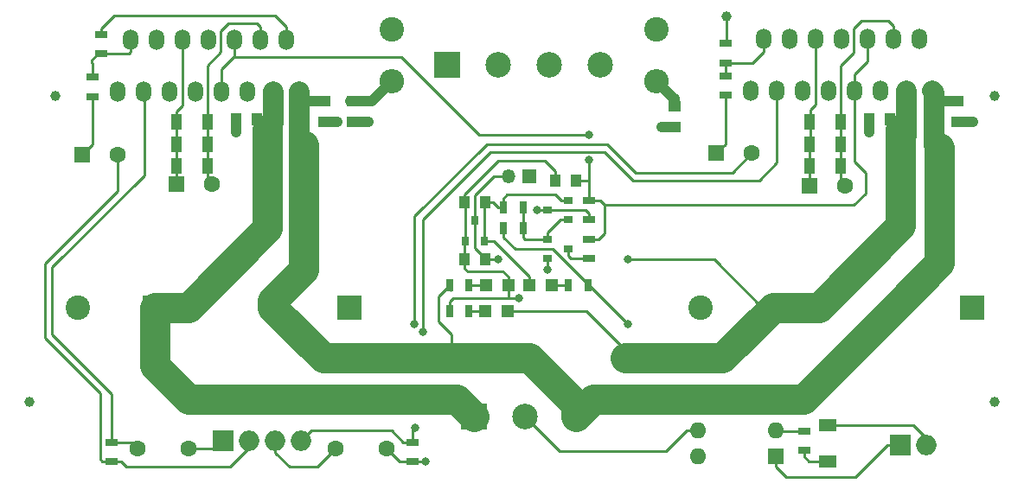
<source format=gbr>
G04 #@! TF.GenerationSoftware,KiCad,Pcbnew,5.1.5+dfsg1-2build2*
G04 #@! TF.CreationDate,2021-11-20T21:58:27+10:30*
G04 #@! TF.ProjectId,tda7293,74646137-3239-4332-9e6b-696361645f70,rev?*
G04 #@! TF.SameCoordinates,Original*
G04 #@! TF.FileFunction,Copper,L1,Top*
G04 #@! TF.FilePolarity,Positive*
%FSLAX46Y46*%
G04 Gerber Fmt 4.6, Leading zero omitted, Abs format (unit mm)*
G04 Created by KiCad (PCBNEW 5.1.5+dfsg1-2build2) date 2021-11-20 21:58:27*
%MOMM*%
%LPD*%
G04 APERTURE LIST*
%ADD10R,0.700000X1.300000*%
%ADD11R,1.200000X1.200000*%
%ADD12R,1.000000X1.600000*%
%ADD13R,1.600000X1.600000*%
%ADD14C,1.600000*%
%ADD15R,1.998980X1.998980*%
%ADD16O,1.998980X1.998980*%
%ADD17C,1.000000*%
%ADD18R,1.250000X1.000000*%
%ADD19R,1.000000X1.250000*%
%ADD20C,2.400000*%
%ADD21R,2.400000X2.400000*%
%ADD22R,1.700000X1.300000*%
%ADD23C,2.500000*%
%ADD24R,2.500000X2.500000*%
%ADD25O,1.350000X1.350000*%
%ADD26R,1.350000X1.350000*%
%ADD27R,0.900000X0.800000*%
%ADD28R,1.300000X0.700000*%
%ADD29O,2.400000X2.400000*%
%ADD30O,1.500000X2.000000*%
%ADD31O,1.600000X1.600000*%
%ADD32R,0.800000X0.900000*%
%ADD33C,0.800000*%
%ADD34C,0.250000*%
%ADD35C,1.000000*%
%ADD36C,2.000000*%
%ADD37C,3.000000*%
%ADD38C,0.750000*%
G04 APERTURE END LIST*
D10*
X69530000Y-55118000D03*
X67630000Y-55118000D03*
D11*
X73320000Y-55118000D03*
X71120000Y-55118000D03*
D10*
X69530000Y-52578000D03*
X67630000Y-52578000D03*
X79248000Y-52578000D03*
X81148000Y-52578000D03*
D11*
X73354000Y-52578000D03*
X71154000Y-52578000D03*
X75410000Y-52578000D03*
X77610000Y-52578000D03*
D12*
X105894000Y-40894000D03*
X102894000Y-40894000D03*
X105894000Y-38735000D03*
X102894000Y-38735000D03*
X105894000Y-36576000D03*
X102894000Y-36576000D03*
X43918000Y-40894000D03*
X40918000Y-40894000D03*
X43918000Y-38735000D03*
X40918000Y-38735000D03*
X43918000Y-36576000D03*
X40918000Y-36576000D03*
D13*
X102870000Y-42799000D03*
D14*
X106370000Y-42799000D03*
D13*
X93726000Y-39624000D03*
D14*
X97226000Y-39624000D03*
D13*
X40894000Y-42672000D03*
D14*
X44394000Y-42672000D03*
D13*
X31623000Y-39751000D03*
D14*
X35123000Y-39751000D03*
D15*
X111760000Y-68199000D03*
D16*
X114300000Y-68199000D03*
X50546000Y-67818000D03*
X48006000Y-67818000D03*
D15*
X45466000Y-67818000D03*
D16*
X53086000Y-67818000D03*
D17*
X26500000Y-64000000D03*
X121000000Y-34000000D03*
X29000000Y-34000000D03*
X121000000Y-64000000D03*
D14*
X42084000Y-68580000D03*
X37084000Y-68580000D03*
D18*
X58166000Y-34560000D03*
X58166000Y-36560000D03*
D14*
X61468000Y-68580000D03*
X56468000Y-68580000D03*
D18*
X89662000Y-37068000D03*
X89662000Y-35068000D03*
D19*
X79994000Y-42291000D03*
X77994000Y-42291000D03*
D20*
X31235000Y-54737000D03*
D21*
X38735000Y-54737000D03*
D19*
X46752000Y-36322000D03*
X48752000Y-36322000D03*
D21*
X99695000Y-54737000D03*
D20*
X92195000Y-54737000D03*
D19*
X110728000Y-36322000D03*
X108728000Y-36322000D03*
X71104000Y-50054000D03*
X69104000Y-50054000D03*
X69104000Y-44466000D03*
X71104000Y-44466000D03*
D21*
X57785000Y-54737000D03*
D20*
X50285000Y-54737000D03*
D18*
X55372000Y-34560000D03*
X55372000Y-36560000D03*
D20*
X111245000Y-54737000D03*
D21*
X118745000Y-54737000D03*
D18*
X117348000Y-34560000D03*
X117348000Y-36560000D03*
D22*
X104648000Y-69822000D03*
X104648000Y-66322000D03*
D23*
X82380000Y-31000000D03*
X77380000Y-31000000D03*
D24*
X67380000Y-31000000D03*
D23*
X72380000Y-31000000D03*
X80000000Y-65460000D03*
D24*
X70000000Y-65460000D03*
D23*
X75000000Y-65460000D03*
D25*
X73438000Y-41926000D03*
D26*
X75438000Y-41926000D03*
D27*
X77232000Y-45228000D03*
X79232000Y-44278000D03*
X79232000Y-46178000D03*
X77232000Y-48088000D03*
X77232000Y-49988000D03*
X79232000Y-49038000D03*
D28*
X33528000Y-29906000D03*
X33528000Y-28006000D03*
X32639000Y-34097000D03*
X32639000Y-32197000D03*
X34544000Y-67945000D03*
X34544000Y-69845000D03*
D20*
X61976000Y-27500000D03*
D29*
X61976000Y-32580000D03*
D28*
X94615000Y-28895000D03*
X94615000Y-30795000D03*
X94615000Y-32070000D03*
X94615000Y-33970000D03*
D10*
X74798000Y-44974000D03*
X72898000Y-44974000D03*
D28*
X64008000Y-69845000D03*
X64008000Y-67945000D03*
D29*
X87884000Y-32580000D03*
D20*
X87884000Y-27500000D03*
D28*
X81280000Y-44278000D03*
X81280000Y-46178000D03*
X81280000Y-49988000D03*
X81280000Y-48088000D03*
D10*
X72898000Y-47006000D03*
X74798000Y-47006000D03*
D28*
X102362000Y-66868000D03*
X102362000Y-68768000D03*
D30*
X52890000Y-33588000D03*
X51620000Y-28508000D03*
X50350000Y-33588000D03*
X49080000Y-28508000D03*
X47810000Y-33588000D03*
X46540000Y-28508000D03*
X45270000Y-33588000D03*
X44000000Y-28508000D03*
X42730000Y-33588000D03*
X41460000Y-28508000D03*
X40190000Y-33588000D03*
X38920000Y-28508000D03*
X37650000Y-33588000D03*
X36380000Y-28508000D03*
X35110000Y-33588000D03*
X114890000Y-33528000D03*
X113620000Y-28448000D03*
X112350000Y-33528000D03*
X111080000Y-28448000D03*
X109810000Y-33528000D03*
X108540000Y-28448000D03*
X107270000Y-33528000D03*
X106000000Y-28448000D03*
X104730000Y-33528000D03*
X103460000Y-28448000D03*
X102190000Y-33528000D03*
X100920000Y-28448000D03*
X99650000Y-33528000D03*
X98380000Y-28448000D03*
X97110000Y-33528000D03*
D31*
X91948000Y-69342000D03*
X99568000Y-66802000D03*
X91948000Y-66802000D03*
D13*
X99568000Y-69342000D03*
D32*
X70104000Y-46260000D03*
X71054000Y-48260000D03*
X69154000Y-48260000D03*
D17*
X59690000Y-36576000D03*
D33*
X88392000Y-37084000D03*
X77215996Y-51054000D03*
D17*
X118855996Y-36560000D03*
X56642000Y-36576000D03*
D33*
X74422000Y-53847994D03*
X64191940Y-56388000D03*
X64262000Y-66548000D03*
D17*
X108712000Y-37592000D03*
X46736000Y-37592000D03*
D33*
X65024000Y-57150000D03*
X65278016Y-69850000D03*
X81280000Y-37846002D03*
X81280000Y-40259000D03*
X84328000Y-60452000D03*
X85852000Y-60452000D03*
X72390000Y-50054000D03*
X85090000Y-59182000D03*
X85090000Y-50038000D03*
X76200000Y-45228000D03*
X85090000Y-56387996D03*
D17*
X94742000Y-26247990D03*
D34*
X69104000Y-50054000D02*
X69104000Y-49816000D01*
X69104000Y-48310000D02*
X69154000Y-48260000D01*
X69104000Y-50054000D02*
X69104000Y-48310000D01*
X69104000Y-43720000D02*
X72422000Y-40402000D01*
X69104000Y-43720000D02*
X69104000Y-44466000D01*
X59674000Y-36560000D02*
X59690000Y-36576000D01*
D35*
X58166000Y-36560000D02*
X59674000Y-36560000D01*
D34*
X88408000Y-37068000D02*
X88392000Y-37084000D01*
D35*
X89662000Y-37068000D02*
X88408000Y-37068000D01*
D34*
X48000000Y-67824000D02*
X48006000Y-67818000D01*
X48000000Y-68500000D02*
X48000000Y-67824000D01*
X46142000Y-70358000D02*
X48000000Y-68500000D01*
X78374000Y-68834000D02*
X75000000Y-65460000D01*
X88784630Y-68834000D02*
X78374000Y-68834000D01*
X90816630Y-66802000D02*
X88784630Y-68834000D01*
X91948000Y-66802000D02*
X90816630Y-66802000D01*
X69154000Y-44516000D02*
X69104000Y-44466000D01*
X69154000Y-48260000D02*
X69154000Y-44516000D01*
X35957000Y-70358000D02*
X36195000Y-70358000D01*
X34544000Y-69845000D02*
X35444000Y-69845000D01*
X36195000Y-70358000D02*
X46142000Y-70358000D01*
X35444000Y-69845000D02*
X35957000Y-70358000D01*
X36096000Y-70358000D02*
X36195000Y-70358000D01*
X35123000Y-43363000D02*
X35123000Y-39751000D01*
X27996000Y-50490000D02*
X35123000Y-43363000D01*
X27996000Y-57714000D02*
X27996000Y-50490000D01*
X33401000Y-63119000D02*
X27996000Y-57714000D01*
X33401000Y-69602000D02*
X33401000Y-63119000D01*
X33644000Y-69845000D02*
X33401000Y-69602000D01*
X34544000Y-69845000D02*
X33644000Y-69845000D01*
X77994000Y-41416000D02*
X77994000Y-42291000D01*
X76980000Y-40402000D02*
X77994000Y-41416000D01*
X72422000Y-40402000D02*
X76980000Y-40402000D01*
X77232000Y-49988000D02*
X77232000Y-51037996D01*
X77232000Y-51037996D02*
X77215996Y-51054000D01*
X73354000Y-52578000D02*
X73354000Y-51728000D01*
X73354000Y-51728000D02*
X72825999Y-51199999D01*
X69374999Y-51199999D02*
X72825999Y-51199999D01*
X69104000Y-50929000D02*
X69374999Y-51199999D01*
X69104000Y-50054000D02*
X69104000Y-50929000D01*
X119110000Y-36560000D02*
X118855996Y-36560000D01*
D35*
X55388000Y-36576000D02*
X56642000Y-36576000D01*
X55372000Y-36560000D02*
X55388000Y-36576000D01*
X117348000Y-36560000D02*
X118855996Y-36560000D01*
D34*
X74421994Y-53848000D02*
X74422000Y-53847994D01*
X68000000Y-53848000D02*
X74421994Y-53848000D01*
X67630000Y-54218000D02*
X68000000Y-53848000D01*
X67630000Y-55118000D02*
X67630000Y-54218000D01*
X73354000Y-53796000D02*
X73406000Y-53848000D01*
X73354000Y-52578000D02*
X73354000Y-53796000D01*
X53086000Y-67818000D02*
X54102000Y-66802000D01*
X63108000Y-67945000D02*
X61965000Y-66802000D01*
X61965000Y-66802000D02*
X54102000Y-66802000D01*
X64008000Y-67945000D02*
X63108000Y-67945000D01*
X85852000Y-41529000D02*
X83058000Y-38735000D01*
X83058000Y-38735000D02*
X71247000Y-38735000D01*
X95321000Y-41529000D02*
X85852000Y-41529000D01*
X71247000Y-38735000D02*
X64191940Y-45790060D01*
X64191940Y-55822315D02*
X64191940Y-56388000D01*
X97226000Y-39624000D02*
X95321000Y-41529000D01*
X64191940Y-45790060D02*
X64191940Y-55822315D01*
X64008000Y-67945000D02*
X64008000Y-66802000D01*
X64008000Y-66802000D02*
X64262000Y-66548000D01*
D35*
X108712000Y-36884894D02*
X108712000Y-37592000D01*
X108728000Y-36322000D02*
X108712000Y-36338000D01*
X108712000Y-36338000D02*
X108712000Y-36884894D01*
X46736000Y-36322000D02*
X46736000Y-37592000D01*
D34*
X48746000Y-26924000D02*
X49080000Y-27258000D01*
X45974000Y-26924000D02*
X48746000Y-26924000D01*
X43894000Y-31036000D02*
X45212000Y-29718000D01*
X45212000Y-29718000D02*
X45212000Y-27686000D01*
X43918000Y-38608000D02*
X43894000Y-38584000D01*
X49080000Y-27258000D02*
X49080000Y-28508000D01*
X43894000Y-38584000D02*
X43894000Y-31036000D01*
X43918000Y-42196000D02*
X43918000Y-38608000D01*
X45212000Y-27686000D02*
X45974000Y-26924000D01*
X44394000Y-42672000D02*
X43918000Y-42196000D01*
X44704000Y-68580000D02*
X45466000Y-67818000D01*
X42084000Y-68580000D02*
X44704000Y-68580000D01*
X37650000Y-33588000D02*
X37650000Y-33838000D01*
X36962000Y-68702000D02*
X37084000Y-68580000D01*
X37084000Y-68442000D02*
X37084000Y-68580000D01*
X37084000Y-68580000D02*
X36449000Y-67945000D01*
X36449000Y-67945000D02*
X34544000Y-67945000D01*
X37906000Y-33588000D02*
X37650000Y-33588000D01*
X37719000Y-41783000D02*
X37719000Y-33775000D01*
X28702000Y-50800000D02*
X37719000Y-41783000D01*
X28702000Y-57404000D02*
X28702000Y-50800000D01*
X37719000Y-33775000D02*
X37906000Y-33588000D01*
X34544000Y-63246000D02*
X28702000Y-57404000D01*
X34544000Y-67945000D02*
X34544000Y-63246000D01*
D35*
X60028000Y-34528000D02*
X61976000Y-32580000D01*
X57912000Y-34528000D02*
X60028000Y-34528000D01*
D34*
X61468000Y-68580000D02*
X62738000Y-69850000D01*
X62743000Y-69845000D02*
X64008000Y-69845000D01*
X62738000Y-69850000D02*
X62743000Y-69845000D01*
X82804000Y-39497000D02*
X71628000Y-39497000D01*
X99650000Y-33528000D02*
X99650000Y-40558000D01*
X65024000Y-46101000D02*
X65024000Y-56584315D01*
X99650000Y-40558000D02*
X97917000Y-42291000D01*
X97917000Y-42291000D02*
X85598000Y-42291000D01*
X85598000Y-42291000D02*
X82804000Y-39497000D01*
X71628000Y-39497000D02*
X65024000Y-46101000D01*
X65024000Y-56584315D02*
X65024000Y-57150000D01*
X64008000Y-69845000D02*
X65273016Y-69845000D01*
X65273016Y-69845000D02*
X65278016Y-69850000D01*
X54690000Y-70358000D02*
X56468000Y-68580000D01*
X51943000Y-70358000D02*
X54690000Y-70358000D01*
X50546000Y-68961000D02*
X51943000Y-70358000D01*
X50546000Y-67818000D02*
X50546000Y-68961000D01*
X102918000Y-35385000D02*
X102918000Y-36576000D01*
X103460000Y-34843000D02*
X102918000Y-35385000D01*
X103460000Y-28448000D02*
X103460000Y-34843000D01*
X102918000Y-38584000D02*
X102894000Y-38608000D01*
X102918000Y-36576000D02*
X102918000Y-38584000D01*
X102894000Y-38608000D02*
X102894000Y-40640000D01*
X102894000Y-42648000D02*
X102870000Y-42672000D01*
X102894000Y-40640000D02*
X102894000Y-42648000D01*
X105918000Y-31050795D02*
X105918000Y-36449000D01*
X105918000Y-36449000D02*
X105791000Y-36576000D01*
X107188000Y-29780795D02*
X105918000Y-31050795D01*
X107188000Y-27432000D02*
X107188000Y-29780795D01*
X107950000Y-26670000D02*
X107188000Y-27432000D01*
X110552000Y-26670000D02*
X107950000Y-26670000D01*
X111080000Y-27198000D02*
X110552000Y-26670000D01*
X111080000Y-28448000D02*
X111080000Y-27198000D01*
X105918000Y-38584000D02*
X105894000Y-38608000D01*
X105918000Y-36576000D02*
X105918000Y-38584000D01*
X105894000Y-38608000D02*
X105894000Y-40640000D01*
X105894000Y-42196000D02*
X106370000Y-42672000D01*
X105894000Y-40640000D02*
X105894000Y-42196000D01*
D35*
X89662000Y-35068000D02*
X89630000Y-35036000D01*
X89662000Y-34290000D02*
X89662000Y-35068000D01*
X89594000Y-34290000D02*
X89662000Y-34290000D01*
X87884000Y-32580000D02*
X89594000Y-34290000D01*
D34*
X46540000Y-28508000D02*
X46540000Y-30168000D01*
X45270000Y-31438000D02*
X45270000Y-33588000D01*
X107270000Y-33528000D02*
X107270000Y-31922000D01*
X108540000Y-30652000D02*
X108540000Y-28448000D01*
X107270000Y-31922000D02*
X108540000Y-30652000D01*
X46482000Y-30226000D02*
X45270000Y-31438000D01*
X46540000Y-30168000D02*
X46482000Y-30226000D01*
X82180000Y-48088000D02*
X81280000Y-48088000D01*
X82804000Y-47464000D02*
X82180000Y-48088000D01*
X82804000Y-44738000D02*
X82804000Y-47464000D01*
X82344000Y-44278000D02*
X82804000Y-44738000D01*
X81280000Y-44278000D02*
X82344000Y-44278000D01*
X46482000Y-30226000D02*
X62865000Y-30226000D01*
X62865000Y-30226000D02*
X70485002Y-37846002D01*
X70485002Y-37846002D02*
X80714315Y-37846002D01*
X80714315Y-37846002D02*
X81280000Y-37846002D01*
X81280000Y-44278000D02*
X81280000Y-40259000D01*
X81280000Y-42291000D02*
X81280000Y-41755000D01*
X79994000Y-42291000D02*
X81280000Y-42291000D01*
X82838000Y-44704000D02*
X82804000Y-44738000D01*
X107188000Y-44704000D02*
X82838000Y-44704000D01*
X108331000Y-41529000D02*
X108331000Y-43561000D01*
X107270000Y-40468000D02*
X108331000Y-41529000D01*
X108331000Y-43561000D02*
X107188000Y-44704000D01*
X107270000Y-33528000D02*
X107270000Y-40468000D01*
D35*
X42730000Y-33588000D02*
X42730000Y-33838000D01*
D34*
X70104000Y-46960000D02*
X70104000Y-46260000D01*
X70104000Y-48929000D02*
X70104000Y-46960000D01*
X71104000Y-49929000D02*
X70104000Y-48929000D01*
X71104000Y-50054000D02*
X71104000Y-49929000D01*
X72483406Y-41926000D02*
X73438000Y-41926000D01*
X71933998Y-41926000D02*
X72483406Y-41926000D01*
X70104000Y-43755998D02*
X71933998Y-41926000D01*
X70104000Y-46260000D02*
X70104000Y-43755998D01*
X71104000Y-50054000D02*
X72390000Y-50054000D01*
D36*
X50350000Y-36772000D02*
X50350000Y-33588000D01*
X49530000Y-37592000D02*
X50350000Y-36772000D01*
D34*
X49698000Y-36772000D02*
X50350000Y-36772000D01*
X49502000Y-36576000D02*
X49698000Y-36772000D01*
D35*
X48752000Y-36576000D02*
X49502000Y-36576000D01*
D37*
X99695000Y-54737000D02*
X101219000Y-54737000D01*
X101219000Y-54737000D02*
X103759000Y-54737000D01*
X103759000Y-54737000D02*
X111760000Y-46736000D01*
D36*
X112350000Y-38018000D02*
X112350000Y-33528000D01*
X111760000Y-38608000D02*
X112350000Y-38018000D01*
D37*
X111760000Y-46736000D02*
X111760000Y-37338000D01*
X49784000Y-46990000D02*
X49784000Y-37338000D01*
X42037000Y-54737000D02*
X49784000Y-46990000D01*
X38735000Y-54737000D02*
X42037000Y-54737000D01*
X99263000Y-54737000D02*
X94310000Y-59690000D01*
X99695000Y-54737000D02*
X99263000Y-54737000D01*
X94310000Y-59690000D02*
X84836000Y-59690000D01*
D34*
X99695000Y-54737000D02*
X98245000Y-54737000D01*
X98245000Y-54737000D02*
X93546000Y-50038000D01*
X93546000Y-50038000D02*
X85655685Y-50038000D01*
X85655685Y-50038000D02*
X85090000Y-50038000D01*
X73320000Y-55118000D02*
X73320000Y-55286000D01*
D37*
X38735000Y-60452000D02*
X42037000Y-63754000D01*
X68294000Y-63754000D02*
X70000000Y-65460000D01*
X38735000Y-54737000D02*
X38735000Y-60452000D01*
X42037000Y-63754000D02*
X68294000Y-63754000D01*
D34*
X81026000Y-55118000D02*
X85090000Y-59182000D01*
X73320000Y-55118000D02*
X81026000Y-55118000D01*
X71104000Y-48210000D02*
X71054000Y-48260000D01*
X71054000Y-44516000D02*
X71104000Y-44466000D01*
X71054000Y-48260000D02*
X71054000Y-44516000D01*
X78532000Y-44278000D02*
X79232000Y-44278000D01*
X77958000Y-43704000D02*
X78532000Y-44278000D01*
X73268000Y-43704000D02*
X77958000Y-43704000D01*
X72898000Y-44074000D02*
X73268000Y-43704000D01*
X72898000Y-44974000D02*
X72898000Y-44074000D01*
X71898000Y-44466000D02*
X71104000Y-44466000D01*
X72390000Y-44958000D02*
X71898000Y-44466000D01*
X72882000Y-44958000D02*
X72898000Y-44974000D01*
X72390000Y-44958000D02*
X72882000Y-44958000D01*
X71942000Y-48260000D02*
X71054000Y-48260000D01*
X75410000Y-51728000D02*
X71942000Y-48260000D01*
X75410000Y-52578000D02*
X75410000Y-51728000D01*
D38*
X52890000Y-33588000D02*
X52890000Y-33814000D01*
D37*
X81249999Y-64210001D02*
X80000000Y-65460000D01*
X81706000Y-63754000D02*
X81249999Y-64210001D01*
X102228000Y-63754000D02*
X81706000Y-63754000D01*
X111245000Y-54737000D02*
X102228000Y-63754000D01*
D36*
X52890000Y-38666000D02*
X53001000Y-38777000D01*
X52890000Y-33588000D02*
X52890000Y-38666000D01*
D37*
X53340000Y-51054000D02*
X53340000Y-38862000D01*
X50285000Y-54109000D02*
X53340000Y-51054000D01*
X50285000Y-54737000D02*
X50285000Y-54109000D01*
X115570000Y-49396000D02*
X115570000Y-39116000D01*
X115570000Y-50412000D02*
X115570000Y-49396000D01*
X111245000Y-54737000D02*
X115570000Y-50412000D01*
D35*
X114890000Y-38436000D02*
X115570000Y-39116000D01*
D36*
X115062000Y-33700000D02*
X115062000Y-38878000D01*
X114890000Y-33528000D02*
X115062000Y-33700000D01*
D37*
X80000000Y-64252000D02*
X80000000Y-65460000D01*
X75438000Y-59690000D02*
X80000000Y-64252000D01*
X67818000Y-59690000D02*
X75438000Y-59690000D01*
D34*
X67630000Y-52958002D02*
X67733999Y-53062001D01*
X67630000Y-52578000D02*
X67630000Y-52958002D01*
D35*
X114940000Y-34560000D02*
X117348000Y-34560000D01*
X114890000Y-34610000D02*
X114940000Y-34560000D01*
X55324000Y-34512000D02*
X55372000Y-34560000D01*
X53001000Y-34512000D02*
X55324000Y-34512000D01*
D34*
X66548000Y-53660000D02*
X67630000Y-52578000D01*
X66548000Y-56134000D02*
X66548000Y-53660000D01*
X67818000Y-57404000D02*
X66548000Y-56134000D01*
X67818000Y-59690000D02*
X67818000Y-57404000D01*
D37*
X55238000Y-59690000D02*
X67818000Y-59690000D01*
X50285000Y-54737000D02*
X55238000Y-59690000D01*
D34*
X102362000Y-69368000D02*
X102362000Y-68768000D01*
X102816000Y-69822000D02*
X102362000Y-69368000D01*
X104648000Y-69822000D02*
X102816000Y-69822000D01*
X105748000Y-66322000D02*
X104648000Y-66322000D01*
X113058000Y-66322000D02*
X105748000Y-66322000D01*
X114300000Y-67564000D02*
X113058000Y-66322000D01*
X114300000Y-68199000D02*
X114300000Y-67564000D01*
X110510510Y-68199000D02*
X107335510Y-71374000D01*
X111760000Y-68199000D02*
X110510510Y-68199000D01*
X99568000Y-70392000D02*
X99568000Y-69342000D01*
X100550000Y-71374000D02*
X99568000Y-70392000D01*
X107335510Y-71374000D02*
X100550000Y-71374000D01*
X81280000Y-45578000D02*
X81280000Y-46178000D01*
X80930000Y-45228000D02*
X81280000Y-45578000D01*
X77232000Y-45228000D02*
X80930000Y-45228000D01*
X77232000Y-45228000D02*
X76200000Y-45228000D01*
X74798000Y-44974000D02*
X74798000Y-47006000D01*
X74798000Y-47906000D02*
X74980000Y-48088000D01*
X74798000Y-47006000D02*
X74798000Y-47906000D01*
X78532000Y-46178000D02*
X79232000Y-46178000D01*
X78492000Y-46178000D02*
X78532000Y-46178000D01*
X77232000Y-47438000D02*
X78492000Y-46178000D01*
X77232000Y-48088000D02*
X77232000Y-47438000D01*
X74980000Y-48088000D02*
X77232000Y-48088000D01*
X79232000Y-49688000D02*
X79232000Y-49038000D01*
X79532000Y-49988000D02*
X79232000Y-49688000D01*
X81280000Y-49988000D02*
X79532000Y-49988000D01*
X36380000Y-29758000D02*
X36380000Y-28508000D01*
X36232000Y-29906000D02*
X36380000Y-29758000D01*
X33528000Y-29906000D02*
X36232000Y-29906000D01*
X33228000Y-29906000D02*
X33528000Y-29906000D01*
X32628000Y-30506000D02*
X33228000Y-29906000D01*
X32628000Y-30784000D02*
X32628000Y-30506000D01*
X32639000Y-30795000D02*
X32628000Y-30784000D01*
X32639000Y-32197000D02*
X32639000Y-30795000D01*
X94615000Y-30795000D02*
X94615000Y-31943000D01*
X98380000Y-29698000D02*
X98380000Y-28448000D01*
X97283000Y-30795000D02*
X98380000Y-29698000D01*
X94615000Y-30795000D02*
X97283000Y-30795000D01*
X72898000Y-47006000D02*
X72898000Y-47906000D01*
X72898000Y-47906000D02*
X74036998Y-49044998D01*
X74036998Y-49044998D02*
X77747002Y-49044998D01*
X84690001Y-55987997D02*
X85090000Y-56387996D01*
X81026000Y-52578000D02*
X81280000Y-52324000D01*
X81026000Y-52324000D02*
X84690001Y-55987997D01*
X80960000Y-52578000D02*
X81026000Y-52578000D01*
X77747002Y-49044998D02*
X81026000Y-52324000D01*
X99634000Y-66868000D02*
X99568000Y-66802000D01*
X102362000Y-66868000D02*
X99634000Y-66868000D01*
X94742000Y-28768000D02*
X94742000Y-26247990D01*
X94615000Y-28895000D02*
X94742000Y-28768000D01*
X51620000Y-27258000D02*
X51620000Y-28508000D01*
X50524000Y-26162000D02*
X51620000Y-27258000D01*
X34798000Y-26162000D02*
X50524000Y-26162000D01*
X34798000Y-26162000D02*
X33528000Y-27432000D01*
X33528000Y-27432000D02*
X33528000Y-28006000D01*
X40894000Y-38584000D02*
X40918000Y-38608000D01*
X40894000Y-36576000D02*
X40894000Y-38584000D01*
X40918000Y-38608000D02*
X40918000Y-40640000D01*
X40918000Y-42648000D02*
X40894000Y-42672000D01*
X40918000Y-40640000D02*
X40918000Y-42648000D01*
X40894000Y-35526000D02*
X40894000Y-36576000D01*
X41460000Y-34960000D02*
X40894000Y-35526000D01*
X41460000Y-28508000D02*
X41460000Y-34960000D01*
X32639000Y-38735000D02*
X31623000Y-39751000D01*
X32639000Y-34097000D02*
X32639000Y-38735000D01*
X94615000Y-38735000D02*
X93726000Y-39624000D01*
X94615000Y-33970000D02*
X94615000Y-38735000D01*
X79060000Y-52578000D02*
X77610000Y-52578000D01*
X71154000Y-52578000D02*
X69784000Y-52578000D01*
X71120000Y-55118000D02*
X69530000Y-55118000D01*
M02*

</source>
